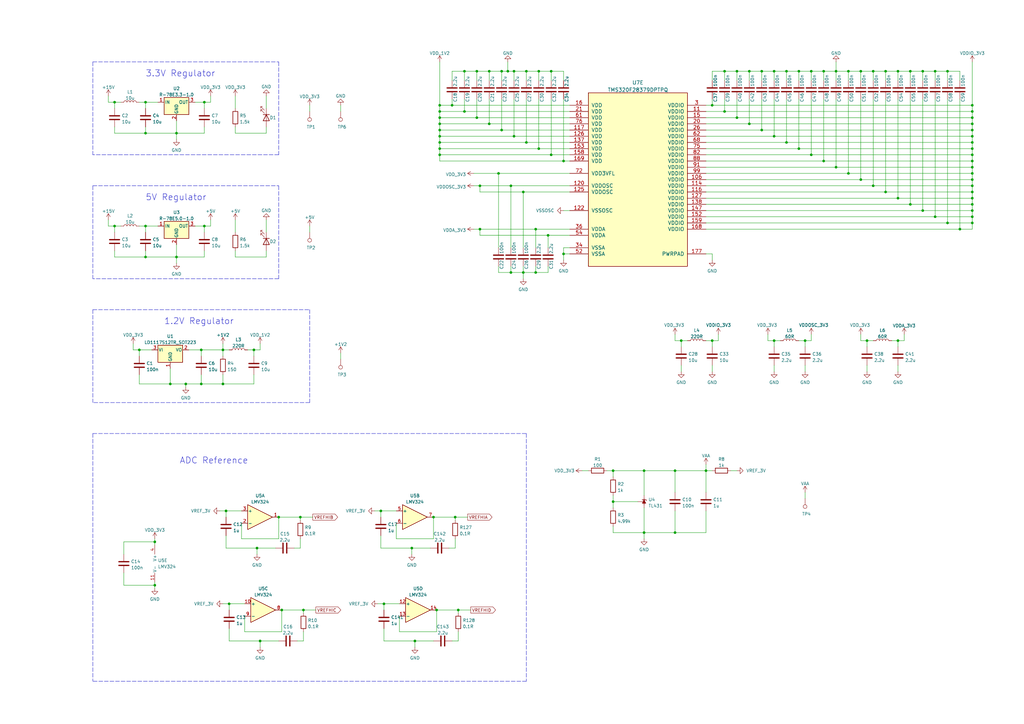
<source format=kicad_sch>
(kicad_sch (version 20231120) (generator "eeschema") (generator_version "8.0")
  (paper "A3")
  (junction (at 368.3 81.28))
  (junction (at 398.78 91.44))
  (junction (at 224.79 96.52))
  (junction (at 398.78 53.34))
  (junction (at 398.78 63.5))
  (junction (at 200.66 29.21))
  (junction (at 59.69 54.61))
  (junction (at 195.58 29.21))
  (junction (at 72.39 54.61))
  (junction (at 297.18 29.21))
  (junction (at 327.66 29.21))
  (junction (at 59.69 41.91))
  (junction (at 72.39 105.41))
  (junction (at 347.98 71.12))
  (junction (at 46.99 92.71))
  (junction (at 59.69 105.41))
  (junction (at 93.98 247.65))
  (junction (at 398.78 58.42))
  (junction (at 398.78 88.9))
  (junction (at 180.34 63.5))
  (junction (at 92.71 209.55))
  (junction (at 180.34 58.42))
  (junction (at 322.58 58.42))
  (junction (at 383.54 29.21))
  (junction (at 220.98 29.21))
  (junction (at 63.5 240.03))
  (junction (at 398.78 50.8))
  (junction (at 59.69 92.71))
  (junction (at 205.74 53.34))
  (junction (at 208.28 29.21))
  (junction (at 177.8 212.09))
  (junction (at 214.63 111.76))
  (junction (at 231.14 66.04))
  (junction (at 363.22 29.21))
  (junction (at 289.56 193.04))
  (junction (at 398.78 55.88))
  (junction (at 186.69 212.09))
  (junction (at 292.1 43.18))
  (junction (at 157.48 247.65))
  (junction (at 179.07 250.19))
  (junction (at 231.14 104.14))
  (junction (at 264.16 218.44))
  (junction (at 251.46 193.04))
  (junction (at 115.57 250.19))
  (junction (at 170.18 262.89))
  (junction (at 226.06 29.21))
  (junction (at 76.2 157.48))
  (junction (at 378.46 29.21))
  (junction (at 63.5 222.25))
  (junction (at 276.86 218.44))
  (junction (at 180.34 55.88))
  (junction (at 82.55 143.51))
  (junction (at 180.34 48.26))
  (junction (at 105.41 224.79))
  (junction (at 378.46 86.36))
  (junction (at 279.4 139.7))
  (junction (at 398.78 83.82))
  (junction (at 210.82 29.21))
  (junction (at 330.2 139.7))
  (junction (at 302.26 29.21))
  (junction (at 264.16 193.04))
  (junction (at 168.91 224.79))
  (junction (at 226.06 63.5))
  (junction (at 337.82 29.21))
  (junction (at 180.34 53.34))
  (junction (at 69.85 157.48))
  (junction (at 46.99 41.91))
  (junction (at 317.5 139.7))
  (junction (at 297.18 45.72))
  (junction (at 215.9 29.21))
  (junction (at 388.62 29.21))
  (junction (at 398.78 71.12))
  (junction (at 220.98 60.96))
  (junction (at 209.55 111.76))
  (junction (at 398.78 43.18))
  (junction (at 398.78 45.72))
  (junction (at 106.68 262.89))
  (junction (at 332.74 63.5))
  (junction (at 358.14 29.21))
  (junction (at 358.14 76.2))
  (junction (at 251.46 205.74))
  (junction (at 398.78 76.2))
  (junction (at 185.42 43.18))
  (junction (at 124.46 250.19))
  (junction (at 307.34 29.21))
  (junction (at 368.3 139.7))
  (junction (at 307.34 50.8))
  (junction (at 373.38 83.82))
  (junction (at 337.82 66.04))
  (junction (at 388.62 91.44))
  (junction (at 200.66 50.8))
  (junction (at 187.96 250.19))
  (junction (at 363.22 78.74))
  (junction (at 398.78 86.36))
  (junction (at 302.26 48.26))
  (junction (at 355.6 139.7))
  (junction (at 190.5 45.72))
  (junction (at 91.44 143.51))
  (junction (at 195.58 48.26))
  (junction (at 373.38 29.21))
  (junction (at 353.06 29.21))
  (junction (at 83.82 92.71))
  (junction (at 398.78 60.96))
  (junction (at 393.7 93.98))
  (junction (at 276.86 193.04))
  (junction (at 209.55 76.2))
  (junction (at 180.34 60.96))
  (junction (at 196.85 93.98))
  (junction (at 317.5 29.21))
  (junction (at 398.78 78.74))
  (junction (at 219.71 111.76))
  (junction (at 312.42 53.34))
  (junction (at 196.85 76.2))
  (junction (at 383.54 88.9))
  (junction (at 342.9 29.21))
  (junction (at 317.5 55.88))
  (junction (at 342.9 68.58))
  (junction (at 219.71 93.98))
  (junction (at 327.66 60.96))
  (junction (at 114.3 212.09))
  (junction (at 398.78 68.58))
  (junction (at 104.14 143.51))
  (junction (at 347.98 29.21))
  (junction (at 398.78 66.04))
  (junction (at 214.63 78.74))
  (junction (at 398.78 73.66))
  (junction (at 353.06 73.66))
  (junction (at 210.82 55.88))
  (junction (at 180.34 43.18))
  (junction (at 180.34 50.8))
  (junction (at 215.9 58.42))
  (junction (at 322.58 29.21))
  (junction (at 156.21 209.55))
  (junction (at 190.5 29.21))
  (junction (at 398.78 48.26))
  (junction (at 180.34 45.72))
  (junction (at 123.19 212.09))
  (junction (at 205.74 29.21))
  (junction (at 83.82 41.91))
  (junction (at 292.1 139.7))
  (junction (at 91.44 157.48))
  (junction (at 332.74 29.21))
  (junction (at 57.15 143.51))
  (junction (at 312.42 29.21))
  (junction (at 398.78 81.28))
  (junction (at 368.3 29.21))
  (junction (at 204.47 71.12))
  (junction (at 82.55 157.48))
  (wire (pts (xy 190.5 29.21) (xy 185.42 29.21)))
  (wire (pts (xy 92.71 209.55) (xy 99.06 209.55)))
  (wire (pts (xy 59.69 52.07) (xy 59.69 54.61)))
  (wire (pts (xy 157.48 257.81) (xy 157.48 262.89)))
  (wire (pts (xy 264.16 218.44) (xy 276.86 218.44)))
  (wire (pts (xy 398.78 68.58) (xy 398.78 71.12)))
  (wire (pts (xy 363.22 78.74) (xy 363.22 40.64)))
  (wire (pts (xy 210.82 29.21) (xy 210.82 33.02)))
  (wire (pts (xy 63.5 222.25) (xy 63.5 223.52)))
  (wire (pts (xy 80.01 41.91) (xy 83.82 41.91)))
  (wire (pts (xy 251.46 205.74) (xy 261.62 205.74)))
  (wire (pts (xy 322.58 40.64) (xy 322.58 58.42)))
  (wire (pts (xy 105.41 224.79) (xy 113.03 224.79)))
  (wire (pts (xy 353.06 29.21) (xy 353.06 33.02)))
  (wire (pts (xy 196.85 96.52) (xy 196.85 93.98)))
  (wire (pts (xy 205.74 29.21) (xy 205.74 33.02)))
  (wire (pts (xy 127 43.18) (xy 127 45.72)))
  (wire (pts (xy 388.62 91.44) (xy 398.78 91.44)))
  (wire (pts (xy 106.68 262.89) (xy 114.3 262.89)))
  (wire (pts (xy 289.56 81.28) (xy 368.3 81.28)))
  (wire (pts (xy 219.71 93.98) (xy 219.71 101.6)))
  (wire (pts (xy 114.3 220.98) (xy 114.3 212.09)))
  (polyline (pts (xy 431.8 0) (xy 762 0)) (stroke (width 0) (type dash)))
  (wire (pts (xy 187.96 251.46) (xy 187.96 250.19)))
  (wire (pts (xy 388.62 91.44) (xy 388.62 40.64)))
  (wire (pts (xy 294.64 137.16) (xy 294.64 139.7)))
  (wire (pts (xy 186.69 213.36) (xy 186.69 212.09)))
  (wire (pts (xy 180.34 43.18) (xy 180.34 45.72)))
  (wire (pts (xy 209.55 111.76) (xy 204.47 111.76)))
  (wire (pts (xy 312.42 53.34) (xy 398.78 53.34)))
  (wire (pts (xy 233.68 76.2) (xy 209.55 76.2)))
  (wire (pts (xy 342.9 29.21) (xy 342.9 33.02)))
  (wire (pts (xy 101.6 143.51) (xy 104.14 143.51)))
  (wire (pts (xy 398.78 73.66) (xy 398.78 76.2)))
  (wire (pts (xy 114.3 212.09) (xy 123.19 212.09)))
  (wire (pts (xy 200.66 40.64) (xy 200.66 50.8)))
  (wire (pts (xy 190.5 29.21) (xy 190.5 33.02)))
  (wire (pts (xy 342.9 40.64) (xy 342.9 68.58)))
  (wire (pts (xy 77.47 143.51) (xy 82.55 143.51)))
  (wire (pts (xy 368.3 139.7) (xy 368.3 142.24)))
  (wire (pts (xy 123.19 212.09) (xy 128.27 212.09)))
  (wire (pts (xy 180.34 58.42) (xy 215.9 58.42)))
  (wire (pts (xy 46.99 102.87) (xy 46.99 105.41)))
  (wire (pts (xy 302.26 29.21) (xy 302.26 33.02)))
  (wire (pts (xy 180.34 50.8) (xy 200.66 50.8)))
  (wire (pts (xy 322.58 58.42) (xy 398.78 58.42)))
  (wire (pts (xy 162.56 220.98) (xy 177.8 220.98)))
  (wire (pts (xy 123.19 220.98) (xy 123.19 224.79)))
  (wire (pts (xy 347.98 71.12) (xy 289.56 71.12)))
  (wire (pts (xy 209.55 109.22) (xy 209.55 111.76)))
  (wire (pts (xy 276.86 139.7) (xy 279.4 139.7)))
  (wire (pts (xy 72.39 105.41) (xy 72.39 107.95)))
  (wire (pts (xy 91.44 157.48) (xy 104.14 157.48)))
  (wire (pts (xy 276.86 218.44) (xy 289.56 218.44)))
  (wire (pts (xy 162.56 214.63) (xy 162.56 220.98)))
  (wire (pts (xy 208.28 29.21) (xy 205.74 29.21)))
  (wire (pts (xy 226.06 63.5) (xy 233.68 63.5)))
  (wire (pts (xy 96.52 54.61) (xy 109.22 54.61)))
  (wire (pts (xy 124.46 250.19) (xy 129.54 250.19)))
  (wire (pts (xy 177.8 220.98) (xy 177.8 212.09)))
  (wire (pts (xy 106.68 140.97) (xy 106.68 143.51)))
  (wire (pts (xy 398.78 81.28) (xy 398.78 83.82)))
  (wire (pts (xy 292.1 29.21) (xy 297.18 29.21)))
  (wire (pts (xy 292.1 40.64) (xy 292.1 43.18)))
  (wire (pts (xy 205.74 29.21) (xy 200.66 29.21)))
  (wire (pts (xy 292.1 139.7) (xy 294.64 139.7)))
  (wire (pts (xy 365.76 139.7) (xy 368.3 139.7)))
  (wire (pts (xy 317.5 149.86) (xy 317.5 152.4)))
  (wire (pts (xy 289.56 83.82) (xy 373.38 83.82)))
  (wire (pts (xy 363.22 29.21) (xy 368.3 29.21)))
  (wire (pts (xy 91.44 140.97) (xy 91.44 143.51)))
  (wire (pts (xy 398.78 50.8) (xy 398.78 53.34)))
  (wire (pts (xy 93.98 247.65) (xy 93.98 250.19)))
  (wire (pts (xy 332.74 29.21) (xy 337.82 29.21)))
  (wire (pts (xy 208.28 25.4) (xy 208.28 29.21)))
  (wire (pts (xy 204.47 71.12) (xy 204.47 101.6)))
  (wire (pts (xy 123.19 213.36) (xy 123.19 212.09)))
  (wire (pts (xy 83.82 105.41) (xy 83.82 102.87)))
  (wire (pts (xy 297.18 45.72) (xy 289.56 45.72)))
  (polyline (pts (xy 38.1 127) (xy 38.1 165.1)) (stroke (width 0) (type dash)))
  (wire (pts (xy 195.58 48.26) (xy 233.68 48.26)))
  (wire (pts (xy 82.55 146.05) (xy 82.55 143.51)))
  (wire (pts (xy 46.99 52.07) (xy 46.99 54.61)))
  (wire (pts (xy 54.61 140.97) (xy 54.61 143.51)))
  (wire (pts (xy 347.98 40.64) (xy 347.98 71.12)))
  (wire (pts (xy 322.58 29.21) (xy 327.66 29.21)))
  (wire (pts (xy 92.71 209.55) (xy 92.71 212.09)))
  (wire (pts (xy 180.34 48.26) (xy 195.58 48.26)))
  (wire (pts (xy 215.9 29.21) (xy 215.9 33.02)))
  (wire (pts (xy 127 92.71) (xy 127 95.25)))
  (wire (pts (xy 342.9 68.58) (xy 289.56 68.58)))
  (wire (pts (xy 398.78 45.72) (xy 398.78 48.26)))
  (wire (pts (xy 215.9 58.42) (xy 233.68 58.42)))
  (polyline (pts (xy 762 297.18) (xy 762 0)) (stroke (width 0) (type dash)))
  (wire (pts (xy 157.48 247.65) (xy 163.83 247.65)))
  (wire (pts (xy 109.22 52.07) (xy 109.22 54.61)))
  (wire (pts (xy 210.82 40.64) (xy 210.82 55.88)))
  (polyline (pts (xy 38.1 25.4) (xy 38.1 63.5)) (stroke (width 0) (type dash)))
  (wire (pts (xy 99.06 220.98) (xy 114.3 220.98)))
  (wire (pts (xy 180.34 48.26) (xy 180.34 50.8)))
  (wire (pts (xy 378.46 29.21) (xy 383.54 29.21)))
  (wire (pts (xy 185.42 43.18) (xy 233.68 43.18)))
  (wire (pts (xy 72.39 49.53) (xy 72.39 54.61)))
  (wire (pts (xy 289.56 190.5) (xy 289.56 193.04)))
  (wire (pts (xy 317.5 29.21) (xy 317.5 33.02)))
  (wire (pts (xy 168.91 224.79) (xy 168.91 227.33)))
  (wire (pts (xy 59.69 41.91) (xy 59.69 44.45)))
  (wire (pts (xy 226.06 40.64) (xy 226.06 63.5)))
  (wire (pts (xy 83.82 92.71) (xy 83.82 95.25)))
  (wire (pts (xy 297.18 45.72) (xy 398.78 45.72)))
  (wire (pts (xy 224.79 111.76) (xy 219.71 111.76)))
  (wire (pts (xy 332.74 63.5) (xy 332.74 40.64)))
  (wire (pts (xy 104.14 153.67) (xy 104.14 157.48)))
  (wire (pts (xy 398.78 86.36) (xy 398.78 88.9)))
  (wire (pts (xy 297.18 40.64) (xy 297.18 45.72)))
  (wire (pts (xy 82.55 143.51) (xy 91.44 143.51)))
  (wire (pts (xy 83.82 92.71) (xy 86.36 92.71)))
  (wire (pts (xy 186.69 212.09) (xy 191.77 212.09)))
  (wire (pts (xy 297.18 29.21) (xy 302.26 29.21)))
  (wire (pts (xy 355.6 149.86) (xy 355.6 152.4)))
  (wire (pts (xy 251.46 215.9) (xy 251.46 218.44)))
  (wire (pts (xy 214.63 78.74) (xy 233.68 78.74)))
  (wire (pts (xy 156.21 224.79) (xy 168.91 224.79)))
  (wire (pts (xy 353.06 73.66) (xy 353.06 40.64)))
  (wire (pts (xy 72.39 100.33) (xy 72.39 105.41)))
  (wire (pts (xy 194.31 93.98) (xy 196.85 93.98)))
  (wire (pts (xy 180.34 25.4) (xy 180.34 43.18)))
  (wire (pts (xy 393.7 93.98) (xy 393.7 40.64)))
  (wire (pts (xy 289.56 91.44) (xy 388.62 91.44)))
  (wire (pts (xy 82.55 157.48) (xy 91.44 157.48)))
  (wire (pts (xy 180.34 53.34) (xy 205.74 53.34)))
  (wire (pts (xy 289.56 193.04) (xy 289.56 201.93)))
  (wire (pts (xy 214.63 111.76) (xy 209.55 111.76)))
  (wire (pts (xy 353.06 29.21) (xy 358.14 29.21)))
  (wire (pts (xy 353.06 139.7) (xy 355.6 139.7)))
  (wire (pts (xy 373.38 29.21) (xy 378.46 29.21)))
  (wire (pts (xy 104.14 143.51) (xy 104.14 146.05)))
  (wire (pts (xy 332.74 63.5) (xy 398.78 63.5)))
  (wire (pts (xy 59.69 92.71) (xy 59.69 95.25)))
  (wire (pts (xy 214.63 109.22) (xy 214.63 111.76)))
  (wire (pts (xy 63.5 238.76) (xy 63.5 240.03)))
  (wire (pts (xy 327.66 60.96) (xy 398.78 60.96)))
  (wire (pts (xy 157.48 247.65) (xy 157.48 250.19)))
  (polyline (pts (xy 431.8 297.18) (xy 762 297.18)) (stroke (width 0) (type dash)))
  (wire (pts (xy 180.34 60.96) (xy 180.34 63.5)))
  (wire (pts (xy 231.14 104.14) (xy 233.68 104.14)))
  (wire (pts (xy 156.21 209.55) (xy 156.21 212.09)))
  (polyline (pts (xy 215.9 279.4) (xy 38.1 279.4)) (stroke (width 0) (type dash)))
  (wire (pts (xy 289.56 76.2) (xy 358.14 76.2)))
  (wire (pts (xy 196.85 76.2) (xy 209.55 76.2)))
  (wire (pts (xy 297.18 29.21) (xy 297.18 33.02)))
  (polyline (pts (xy 127 165.1) (xy 38.1 165.1)) (stroke (width 0) (type dash)))
  (wire (pts (xy 44.45 92.71) (xy 46.99 92.71)))
  (wire (pts (xy 398.78 43.18) (xy 398.78 45.72)))
  (wire (pts (xy 180.34 60.96) (xy 220.98 60.96)))
  (wire (pts (xy 302.26 48.26) (xy 398.78 48.26)))
  (wire (pts (xy 368.3 139.7) (xy 370.84 139.7)))
  (wire (pts (xy 180.34 45.72) (xy 180.34 48.26)))
  (wire (pts (xy 363.22 29.21) (xy 363.22 33.02)))
  (wire (pts (xy 302.26 48.26) (xy 289.56 48.26)))
  (wire (pts (xy 187.96 250.19) (xy 193.04 250.19)))
  (wire (pts (xy 219.71 109.22) (xy 219.71 111.76)))
  (wire (pts (xy 317.5 142.24) (xy 317.5 139.7)))
  (wire (pts (xy 57.15 143.51) (xy 62.23 143.51)))
  (wire (pts (xy 279.4 142.24) (xy 279.4 139.7)))
  (wire (pts (xy 186.69 224.79) (xy 184.15 224.79)))
  (wire (pts (xy 86.36 39.37) (xy 86.36 41.91)))
  (wire (pts (xy 289.56 73.66) (xy 353.06 73.66)))
  (wire (pts (xy 251.46 193.04) (xy 264.16 193.04)))
  (wire (pts (xy 264.16 208.28) (xy 264.16 218.44)))
  (wire (pts (xy 83.82 54.61) (xy 83.82 52.07)))
  (wire (pts (xy 46.99 105.41) (xy 59.69 105.41)))
  (wire (pts (xy 180.34 63.5) (xy 180.34 66.04)))
  (wire (pts (xy 368.3 29.21) (xy 368.3 33.02)))
  (wire (pts (xy 163.83 259.08) (xy 179.07 259.08)))
  (wire (pts (xy 96.52 39.37) (xy 96.52 44.45)))
  (wire (pts (xy 317.5 29.21) (xy 322.58 29.21)))
  (wire (pts (xy 289.56 86.36) (xy 378.46 86.36)))
  (wire (pts (xy 156.21 219.71) (xy 156.21 224.79)))
  (wire (pts (xy 307.34 29.21) (xy 307.34 33.02)))
  (wire (pts (xy 59.69 54.61) (xy 72.39 54.61)))
  (wire (pts (xy 46.99 92.71) (xy 46.99 95.25)))
  (wire (pts (xy 251.46 203.2) (xy 251.46 205.74)))
  (wire (pts (xy 90.17 209.55) (xy 92.71 209.55)))
  (wire (pts (xy 46.99 41.91) (xy 46.99 44.45)))
  (wire (pts (xy 91.44 143.51) (xy 93.98 143.51)))
  (wire (pts (xy 170.18 262.89) (xy 177.8 262.89)))
  (wire (pts (xy 378.46 29.21) (xy 378.46 33.02)))
  (wire (pts (xy 93.98 262.89) (xy 106.68 262.89)))
  (wire (pts (xy 153.67 209.55) (xy 156.21 209.55)))
  (wire (pts (xy 279.4 149.86) (xy 279.4 152.4)))
  (wire (pts (xy 302.26 29.21) (xy 307.34 29.21)))
  (wire (pts (xy 59.69 92.71) (xy 64.77 92.71)))
  (wire (pts (xy 59.69 102.87) (xy 59.69 105.41)))
  (wire (pts (xy 196.85 96.52) (xy 224.79 96.52)))
  (wire (pts (xy 83.82 41.91) (xy 83.82 44.45)))
  (wire (pts (xy 231.14 86.36) (xy 233.68 86.36)))
  (wire (pts (xy 180.34 55.88) (xy 180.34 58.42)))
  (wire (pts (xy 196.85 78.74) (xy 196.85 76.2)))
  (wire (pts (xy 154.94 247.65) (xy 157.48 247.65)))
  (wire (pts (xy 177.8 212.09) (xy 186.69 212.09)))
  (wire (pts (xy 337.82 29.21) (xy 337.82 33.02)))
  (wire (pts (xy 179.07 250.19) (xy 187.96 250.19)))
  (wire (pts (xy 168.91 224.79) (xy 176.53 224.79)))
  (wire (pts (xy 330.2 201.93) (xy 330.2 204.47)))
  (wire (pts (xy 91.44 247.65) (xy 93.98 247.65)))
  (wire (pts (xy 115.57 259.08) (xy 115.57 250.19)))
  (wire (pts (xy 179.07 259.08) (xy 179.07 250.19)))
  (polyline (pts (xy 431.8 0) (xy 431.8 297.18)) (stroke (width 0) (type dash)))
  (wire (pts (xy 209.55 76.2) (xy 209.55 101.6)))
  (wire (pts (xy 220.98 29.21) (xy 215.9 29.21)))
  (wire (pts (xy 312.42 29.21) (xy 312.42 33.02)))
  (wire (pts (xy 238.76 193.04) (xy 241.3 193.04)))
  (polyline (pts (xy 38.1 177.8) (xy 38.1 279.4)) (stroke (width 0) (type dash)))
  (wire (pts (xy 307.34 50.8) (xy 398.78 50.8)))
  (wire (pts (xy 57.15 153.67) (xy 57.15 157.48)))
  (polyline (pts (xy 38.1 25.4) (xy 114.3 25.4)) (stroke (width 0) (type dash)))
  (wire (pts (xy 226.06 29.21) (xy 220.98 29.21)))
  (wire (pts (xy 214.63 78.74) (xy 196.85 78.74)))
  (polyline (pts (xy 127 127) (xy 127 165.1)) (stroke (width 0) (type dash)))
  (wire (pts (xy 327.66 60.96) (xy 289.56 60.96)))
  (wire (pts (xy 46.99 41.91) (xy 49.53 41.91)))
  (wire (pts (xy 337.82 29.21) (xy 342.9 29.21)))
  (wire (pts (xy 91.44 153.67) (xy 91.44 157.48)))
  (wire (pts (xy 398.78 83.82) (xy 398.78 86.36)))
  (wire (pts (xy 299.72 193.04) (xy 302.26 193.04)))
  (wire (pts (xy 398.78 71.12) (xy 398.78 73.66)))
  (wire (pts (xy 69.85 157.48) (xy 76.2 157.48)))
  (wire (pts (xy 276.86 137.16) (xy 276.86 139.7)))
  (wire (pts (xy 398.78 60.96) (xy 398.78 63.5)))
  (wire (pts (xy 312.42 40.64) (xy 312.42 53.34)))
  (wire (pts (xy 194.31 71.12) (xy 204.47 71.12)))
  (wire (pts (xy 264.16 218.44) (xy 264.16 220.98)))
  (wire (pts (xy 91.44 143.51) (xy 91.44 146.05)))
  (wire (pts (xy 196.85 93.98) (xy 219.71 93.98)))
  (wire (pts (xy 83.82 41.91) (xy 86.36 41.91)))
  (wire (pts (xy 327.66 40.64) (xy 327.66 60.96)))
  (wire (pts (xy 226.06 29.21) (xy 226.06 33.02)))
  (wire (pts (xy 373.38 29.21) (xy 373.38 33.02)))
  (wire (pts (xy 264.16 193.04) (xy 264.16 203.2)))
  (wire (pts (xy 231.14 101.6) (xy 233.68 101.6)))
  (wire (pts (xy 200.66 29.21) (xy 195.58 29.21)))
  (wire (pts (xy 264.16 193.04) (xy 276.86 193.04)))
  (wire (pts (xy 76.2 157.48) (xy 82.55 157.48)))
  (wire (pts (xy 342.9 29.21) (xy 347.98 29.21)))
  (wire (pts (xy 50.8 240.03) (xy 50.8 234.95)))
  (wire (pts (xy 96.52 90.17) (xy 96.52 95.25)))
  (wire (pts (xy 398.78 66.04) (xy 398.78 68.58)))
  (wire (pts (xy 72.39 54.61) (xy 72.39 57.15)))
  (wire (pts (xy 292.1 139.7) (xy 292.1 142.24)))
  (wire (pts (xy 302.26 40.64) (xy 302.26 48.26)))
  (wire (pts (xy 330.2 149.86) (xy 330.2 152.4)))
  (polyline (pts (xy 114.3 63.5) (xy 38.1 63.5)) (stroke (width 0) (type dash)))
  (wire (pts (xy 353.06 137.16) (xy 353.06 139.7)))
  (wire (pts (xy 373.38 83.82) (xy 398.78 83.82)))
  (wire (pts (xy 378.46 86.36) (xy 378.46 40.64)))
  (wire (pts (xy 398.78 53.34) (xy 398.78 55.88)))
  (wire (pts (xy 46.99 54.61) (xy 59.69 54.61)))
  (wire (pts (xy 109.22 44.45) (xy 109.22 39.37)))
  (wire (pts (xy 195.58 40.64) (xy 195.58 48.26)))
  (wire (pts (xy 292.1 29.21) (xy 292.1 33.02)))
  (wire (pts (xy 355.6 142.24) (xy 355.6 139.7)))
  (wire (pts (xy 180.34 66.04) (xy 231.14 66.04)))
  (wire (pts (xy 224.79 101.6) (xy 224.79 96.52)))
  (wire (pts (xy 93.98 247.65) (xy 100.33 247.65)))
  (wire (pts (xy 195.58 29.21) (xy 195.58 33.02)))
  (wire (pts (xy 139.7 43.18) (xy 139.7 45.72)))
  (wire (pts (xy 337.82 40.64) (xy 337.82 66.04)))
  (wire (pts (xy 327.66 29.21) (xy 332.74 29.21)))
  (wire (pts (xy 124.46 262.89) (xy 121.92 262.89)))
  (wire (pts (xy 57.15 41.91) (xy 59.69 41.91)))
  (polyline (pts (xy 114.3 76.2) (xy 114.3 114.3)) (stroke (width 0) (type dash)))
  (wire (pts (xy 180.34 63.5) (xy 226.06 63.5)))
  (wire (pts (xy 363.22 78.74) (xy 398.78 78.74)))
  (wire (pts (xy 289.56 78.74) (xy 363.22 78.74)))
  (wire (pts (xy 72.39 105.41) (xy 83.82 105.41)))
  (wire (pts (xy 44.45 90.17) (xy 44.45 92.71)))
  (wire (pts (xy 289.56 93.98) (xy 393.7 93.98)))
  (wire (pts (xy 63.5 240.03) (xy 63.5 241.3)))
  (wire (pts (xy 317.5 40.64) (xy 317.5 55.88)))
  (wire (pts (xy 368.3 81.28) (xy 368.3 40.64)))
  (wire (pts (xy 398.78 93.98) (xy 393.7 93.98)))
  (polyline (pts (xy 38.1 177.8) (xy 215.9 177.8)) (stroke (width 0) (type dash)))
  (wire (pts (xy 388.62 29.21) (xy 393.7 29.21)))
  (polyline (pts (xy 215.9 177.8) (xy 215.9 279.4)) (stroke (width 0) (type dash)))
  (wire (pts (xy 59.69 105.41) (xy 72.39 105.41)))
  (wire (pts (xy 187.96 259.08) (xy 187.96 262.89)))
  (wire (pts (xy 205.74 40.64) (xy 205.74 53.34)))
  (wire (pts (xy 383.54 88.9) (xy 383.54 40.64)))
  (wire (pts (xy 312.42 53.34) (xy 289.56 53.34)))
  (wire (pts (xy 190.5 45.72) (xy 233.68 45.72)))
  (wire (pts (xy 292.1 43.18) (xy 289.56 43.18)))
  (wire (pts (xy 276.86 193.04) (xy 276.86 201.93)))
  (wire (pts (xy 317.5 55.88) (xy 398.78 55.88)))
  (wire (pts (xy 368.3 81.28) (xy 398.78 81.28)))
  (wire (pts (xy 279.4 139.7) (xy 281.94 139.7)))
  (wire (pts (xy 190.5 40.64) (xy 190.5 45.72)))
  (wire (pts (xy 57.15 92.71) (xy 59.69 92.71)))
  (wire (pts (xy 96.52 102.87) (xy 96.52 105.41)))
  (wire (pts (xy 370.84 137.16) (xy 370.84 139.7)))
  (wire (pts (xy 214.63 111.76) (xy 214.63 114.3)))
  (wire (pts (xy 96.52 52.07) (xy 96.52 54.61)))
  (wire (pts (xy 215.9 40.64) (xy 215.9 58.42)))
  (wire (pts (xy 92.71 224.79) (xy 105.41 224.79)))
  (wire (pts (xy 398.78 76.2) (xy 398.78 78.74)))
  (wire (pts (xy 170.18 262.89) (xy 170.18 265.43)))
  (polyline (pts (xy 38.1 76.2) (xy 114.3 76.2)) (stroke (width 0) (type dash)))
  (wire (pts (xy 204.47 71.12) (xy 233.68 71.12)))
  (wire (pts (xy 231.14 33.02) (xy 231.14 29.21)))
  (wire (pts (xy 157.48 262.89) (xy 170.18 262.89)))
  (wire (pts (xy 276.86 209.55) (xy 276.86 218.44)))
  (polyline (pts (xy 114.3 25.4) (xy 114.3 63.5)) (stroke (width 0) (type dash)))
  (wire (pts (xy 353.06 73.66) (xy 398.78 73.66)))
  (wire (pts (xy 378.46 86.36) (xy 398.78 86.36)))
  (wire (pts (xy 180.34 58.42) (xy 180.34 60.96)))
  (wire (pts (xy 332.74 29.21) (xy 332.74 33.02)))
  (wire (pts (xy 358.14 29.21) (xy 358.14 33.02)))
  (wire (pts (xy 342.9 25.4) (xy 342.9 29.21)))
  (wire (pts (xy 100.33 259.08) (xy 115.57 259.08)))
  (wire (pts (xy 82.55 153.67) (xy 82.55 157.48)))
  (wire (pts (xy 388.62 29.21) (xy 388.62 33.02)))
  (wire (pts (xy 248.92 193.04) (xy 251.46 193.04)))
  (wire (pts (xy 44.45 39.37) (xy 44.45 41.91)))
  (wire (pts (xy 373.38 83.82) (xy 373.38 40.64)))
  (wire (pts (xy 200.66 50.8) (xy 233.68 50.8)))
  (wire (pts (xy 231.14 29.21) (xy 226.06 29.21)))
  (wire (pts (xy 163.83 252.73) (xy 163.83 259.08)))
  (wire (pts (xy 57.15 157.48) (xy 69.85 157.48)))
  (wire (pts (xy 59.69 41.91) (xy 64.77 41.91)))
  (wire (pts (xy 393.7 29.21) (xy 393.7 33.02)))
  (wire (pts (xy 317.5 55.88) (xy 289.56 55.88)))
  (wire (pts (xy 337.82 66.04) (xy 398.78 66.04)))
  (wire (pts (xy 231.14 104.14) (xy 231.14 101.6)))
  (wire (pts (xy 105.41 224.79) (xy 105.41 227.33)))
  (wire (pts (xy 322.58 58.42) (xy 289.56 58.42)))
  (wire (pts (xy 76.2 157.48) (xy 76.2 158.75)))
  (polyline (pts (xy 38.1 76.2) (xy 38.1 114.3)) (stroke (width 0) (type dash)))
  (wire (pts (xy 327.66 139.7) (xy 330.2 139.7)))
  (wire (pts (xy 215.9 29.21) (xy 210.82 29.21)))
  (wire (pts (xy 220.98 29.21) (xy 220.98 33.02)))
  (wire (pts (xy 109.22 95.25) (xy 109.22 90.17)))
  (wire (pts (xy 398.78 63.5) (xy 398.78 66.04)))
  (wire (pts (xy 337.82 66.04) (xy 289.56 66.04)))
  (wire (pts (xy 214.63 101.6) (xy 214.63 78.74)))
  (wire (pts (xy 368.3 149.86) (xy 368.3 152.4)))
  (wire (pts (xy 180.34 55.88) (xy 210.82 55.88)))
  (wire (pts (xy 398.78 91.44) (xy 398.78 93.98)))
  (wire (pts (xy 69.85 151.13) (xy 69.85 157.48)))
  (wire (pts (xy 383.54 29.21) (xy 383.54 33.02)))
  (wire (pts (xy 383.54 88.9) (xy 398.78 88.9)))
  (wire (pts (xy 219.71 111.76) (xy 214.63 111.76)))
  (wire (pts (xy 289.56 139.7) (xy 292.1 139.7)))
  (wire (pts (xy 289.56 63.5) (xy 332.74 63.5)))
  (wire (pts (xy 347.98 29.21) (xy 353.06 29.21)))
  (wire (pts (xy 358.14 76.2) (xy 398.78 76.2)))
  (wire (pts (xy 347.98 29.21) (xy 347.98 33.02)))
  (wire (pts (xy 322.58 29.21) (xy 322.58 33.02)))
  (wire (pts (xy 92.71 219.71) (xy 92.71 224.79)))
  (wire (pts (xy 292.1 43.18) (xy 398.78 43.18)))
  (wire (pts (xy 251.46 218.44) (xy 264.16 218.44)))
  (wire (pts (xy 96.52 105.41) (xy 109.22 105.41)))
  (wire (pts (xy 312.42 29.21) (xy 317.5 29.21)))
  (wire (pts (xy 54.61 143.51) (xy 57.15 143.51)))
  (wire (pts (xy 109.22 102.87) (xy 109.22 105.41)))
  (wire (pts (xy 210.82 29.21) (xy 208.28 29.21)))
  (wire (pts (xy 156.21 209.55) (xy 162.56 209.55)))
  (wire (pts (xy 314.96 139.7) (xy 317.5 139.7)))
  (wire (pts (xy 104.14 143.51) (xy 106.68 143.51)))
  (wire (pts (xy 99.06 214.63) (xy 99.06 220.98)))
  (wire (pts (xy 358.14 76.2) (xy 358.14 40.64)))
  (wire (pts (xy 383.54 29.21) (xy 388.62 29.21)))
  (wire (pts (xy 292.1 149.86) (xy 292.1 152.4)))
  (polyline (pts (xy 38.1 127) (xy 127 127)) (stroke (width 0) (type dash)))
  (wire (pts (xy 63.5 220.98) (xy 63.5 222.25)))
  (wire (pts (xy 398.78 58.42) (xy 398.78 60.96)))
  (wire (pts (xy 124.46 251.46) (xy 124.46 250.19)))
  (wire (pts (xy 194.31 76.2) (xy 196.85 76.2)))
  (wire (pts (xy 289.56 218.44) (xy 289.56 209.55)))
  (wire (pts (xy 210.82 55.88) (xy 233.68 55.88)))
  (wire (pts (xy 80.01 92.71) (xy 83.82 92.71)))
  (wire (pts (xy 342.9 68.58) (xy 398.78 68.58)))
  (wire (pts (xy 205.74 53.34) (xy 233.68 53.34)))
  (wire (pts (xy 292.1 104.14) (xy 289.56 104.14)))
  (wire (pts (xy 63.5 222.25) (xy 50.8 222.25)))
  (wire (pts (xy 398.78 78.74) (xy 398.78 81.28)))
  (wire (pts (xy 100.33 252.73) (xy 100.33 259.08)))
  (wire (pts (xy 220.98 60.96) (xy 233.68 60.96)))
  (wire (pts (xy 186.69 220.98) (xy 186.69 224.79)))
  (wire (pts (xy 330.2 139.7) (xy 330.2 142.24)))
  (wire (pts (xy 368.3 29.21) (xy 373.38 29.21)))
  (wire (pts (xy 224.79 109.22) (xy 224.79 111.76)))
  (wire (pts (xy 180.34 53.34) (xy 180.34 55.88)))
  (wire (pts (xy 398.78 55.88) (xy 398.78 58.42)))
  (wire (pts (xy 180.34 45.72) (xy 190.5 45.72)))
  (wire (pts (xy 50.8 222.25) (xy 50.8 227.33)))
  (wire (pts (xy 63.5 240.03) (xy 50.8 240.03)))
  (wire (pts (xy 44.45 41.91) (xy 46.99 41.91)))
  (wire (pts (xy 307.34 50.8) (xy 289.56 50.8)))
  (wire (pts (xy 231.14 106.68) (xy 231.14 104.14)))
  (wire (pts (xy 57.15 143.51) (xy 57.15 146.05)))
  (wire (pts (xy 233.68 93.98) (xy 219.71 93.98)))
  (wire (pts (xy 123.19 224.79) (xy 120.65 224.79)))
  (wire (pts (xy 200.66 29.21) (xy 200.66 33.02)))
  (wire (pts (xy 231.14 40.64) (xy 231.14 66.04)))
  (wire (pts (xy 327.66 33.02) (xy 327.66 29.21)))
  (wire (pts (xy 398.78 88.9) (xy 398.78 91.44)))
  (wire (pts (xy 231.14 66.04) (xy 233.68 66.04)))
  (wire (pts (xy 347.98 71.12) (xy 398.78 71.12)))
  (wire (pts (xy 307.34 40.64) (xy 307.34 50.8)))
  (wire (pts (xy 355.6 139.7) (xy 358.14 139.7)))
  (wire (pts (xy 292.1 193.04) (xy 289.56 193.04)))
  (wire (pts (xy 224.79 96.52) (xy 233.68 96.52)))
  (wire (pts (xy 307.34 29.21) (xy 312.42 29.21)))
  (wire (pts (xy 220.98 40.64) (xy 220.98 60.96)))
  (wire (pts (xy 292.1 106.68) (xy 292.1 104.14)))
  (wire (pts (xy 398.78 48.26) (xy 398.78 50.8)))
  (wire (pts (xy 72.39 54.61) (xy 83.82 54.61)))
  (wire (pts (xy 115.57 250.19) (xy 124.46 250.19)))
  (wire (pts (xy 124.46 259.08) (xy 124.46 262.89)))
  (wire (pts (xy 314.96 137.16) (xy 314.96 139.7)))
  (wire (pts (xy 139.7 144.78) (xy 139.7 147.32)))
  (wire (pts (xy 180.34 43.18) (xy 185.42 43.18)))
  (wire (pts (xy 317.5 139.7) (xy 320.04 139.7)))
  (wire (pts (xy 46.99 92.71) (xy 49.53 92.71)))
  (wire (pts (xy 332.74 137.16) (xy 332.74 139.7)))
  (wire (pts (xy 185.42 29.21) (xy 185.42 33.02)))
  (wire (pts (xy 330.2 139.7) (xy 332.74 139.7)))
  (wire (pts (xy 106.68 262.89) (xy 106.68 265.43)))
  (wire (pts (xy 93.98 257.81) (xy 93.98 262.89)))
  (wire (pts (xy 187.96 262.89) (xy 185.42 262.89)))
  (wire (pts (xy 358.14 29.21) (xy 363.22 29.21)))
  (wire (pts (xy 86.36 90.17) (xy 86.36 92.71)))
  (wire (pts (xy 195.58 29.21) (xy 190.5 29.21)))
  (polyline (pts (xy 114.3 114.3) (xy 38.1 114.3)) (stroke (width 0) (type dash)))
  (wire (pts (xy 289.56 88.9) (xy 383.54 88.9)))
  (wire (pts (xy 398.78 25.4) (xy 398.78 43.18)))
  (wire (pts (xy 251.46 205.74) (xy 251.46 208.28)))
  (wire (pts (xy 251.46 193.04) (xy 251.46 195.58)))
  (wire (pts (xy 185.42 40.64) (xy 185.42 43.18)))
  (wire (pts (xy 204.47 109.22) (xy 204.47 111.76)))
  (wire (pts (xy 180.34 50.8) (xy 180.34 53.34)))
  (wire (pts (xy 289.56 193.04) (xy 276.86 193.04)))
  (text "1.2V Regulator" (at 67.31 133.35 0) (effects (font (size 2.543 2.543)) (justify left bottom)))
  (text "3.3V Regulator" (at 59.69 31.75 0) (effects (font (size 2.543 2.543)) (justify left bottom)))
  (text "5V Regulator" (at 59.69 82.55 0) (effects (font (size 2.543 2.543)) (justify left bottom)))
  (text "ADC Reference" (at 73.66 190.5 0) (effects (font (size 2.543 2.543)) (justify left bottom)))
  (text "Hierarchical Sheets" (at 490.22 15.24 0) (effects (font (size 5.08 5.08)) (justify left bottom)))
  (global_label "VREFHIC" (shape output) (at 129.54 250.19 0) (property "Intersheetrefs" "${INTERSHEET_REFS}" (effects (hide yes))))
  (global_label "VREFHID" (shape output) (at 193.04 250.19 0) (property "Intersheetrefs" "${INTERSHEET_REFS}" (effects (hide yes))))
  (global_label "VREFHIA" (shape output) (at 191.77 212.09 0) (property "Intersheetrefs" "${INTERSHEET_REFS}" (effects (hide yes))))
  (global_label "VREFHIB" (shape output) (at 128.27 212.09 0) (property "Intersheetrefs" "${INTERSHEET_REFS}" (effects (hide yes))))
  (symbol (lib_id "Device:C") (at 373.38 36.83 0) (unit 1)
    (property "Reference" "C55" (at 374.65 41.91 90) (effects (justify left)))
    (property "Value" "100n" (at 374.65 35.56 90) (effects (justify left)))
    (property "Footprint" "Capacitor_SMD:C_0603_1608Metric" (effects (hide yes)))
  )
  (symbol (lib_id "Device:C") (at 332.74 36.83 0) (unit 1)
    (property "Reference" "C47" (at 334.01 41.91 90) (effects (justify left)))
    (property "Value" "100n" (at 334.01 35.56 90) (effects (justify left)))
    (property "Footprint" "Capacitor_SMD:C_0603_1608Metric" (effects (hide yes)))
  )
  (symbol (lib_id "Project_Library:VREF_3V") (at 154.94 247.65 270) (unit 1)
    (property "Reference" "#PWR0211" (effects (hide yes)))
    (property "Value" "VREF_3V" (at 151.13 247.65 90) (effects (justify right)))
  )
  (symbol (lib_id "power:+1V2") (at 91.44 140.97 0) (unit 1)
    (property "Reference" "#PWR0468" (effects (hide yes)))
    (property "Value" "+1V2" (at 91.44 137.3942 0))
  )
  (symbol (lib_id "Project_Library:VDD_3V3") (at 96.52 39.37 0) (unit 1)
    (property "Reference" "#PWR012" (effects (hide yes)))
    (property "Value" "VDD_3V3" (at 96.52 35.7942 0))
  )
  (symbol (lib_id "Device:C") (at 297.18 36.83 0) (unit 1)
    (property "Reference" "C39" (at 298.45 41.91 90) (effects (justify left)))
    (property "Value" "100n" (at 298.45 35.56 90) (effects (justify left)))
    (property "Footprint" "Capacitor_SMD:C_0603_1608Metric" (effects (hide yes)))
  )
  (symbol (lib_id "power:GND") (at 168.91 227.33 0) (unit 1)
    (property "Reference" "#PWR0212" (effects (hide yes)))
    (property "Value" "GND" (at 168.91 231.7734 0))
  )
  (symbol (lib_id "Project_Library:VDDA_3V3") (at 370.84 137.16 0) (unit 1)
    (property "Reference" "#PWR047" (effects (hide yes)))
    (property "Value" "VDDA_3V3" (at 370.84 133.5842 0))
  )
  (symbol (lib_id "Device:C") (at 156.21 215.9 0) (unit 1)
    (property "Reference" "C17" (at 159.131 215.0653 0) (effects (justify left)))
    (property "Value" "1u" (at 159.131 217.6022 0) (effects (justify left)))
    (property "Footprint" "Capacitor_SMD:C_0603_1608Metric" (effects (hide yes)))
  )
  (symbol (lib_id "Amplifier_Operational:LMV324") (at 171.45 250.19 0) (unit 4)
    (property "Reference" "U5" (at 171.45 241.4102 0))
    (property "Value" "LMV324" (at 171.45 243.9471 0))
    (property "Datasheet" "http://www.ti.com/lit/ds/symlink/lmv324.pdf" (effects (hide yes)))
  )
  (symbol (lib_id "Project_Library:VDD_3V3") (at 276.86 137.16 0) (unit 1)
    (property "Reference" "#PWR032" (effects (hide yes)))
    (property "Value" "VDD_3V3" (at 280.67 133.35 0) (effects (justify right)))
  )
  (symbol (lib_id "Device:R") (at 186.69 217.17 180) (unit 1)
    (property "Reference" "R127" (at 188.468 216.3353 0) (effects (justify right)))
    (property "Value" "0.1R" (at 188.468 218.8722 0) (effects (justify right)))
    (property "Footprint" "Resistor_SMD:R_0603_1608Metric" (effects (hide yes)))
  )
  (symbol (lib_id "Amplifier_Operational:LMV324") (at 66.04 231.14 0) (unit 5)
    (property "Reference" "U5" (at 64.77 229.87 0) (effects (justify left)))
    (property "Value" "LMV324" (at 64.77 232.41 0) (effects (justify left)))
    (property "Datasheet" "http://www.ti.com/lit/ds/symlink/lmv324.pdf" (effects (hide yes)))
  )
  (symbol (lib_id "Device:C") (at 185.42 36.83 0) (unit 1)
    (property "Reference" "C18" (at 186.69 41.91 90) (effects (justify left)))
    (property "Value" "2.2u" (at 186.69 35.56 90) (effects (justify left)))
    (property "Footprint" "Capacitor_SMD:C_0603_1608Metric" (effects (hide yes)))
  )
  (symbol (lib_id "Connector:TestPoint") (at 127 45.72 180) (unit 1)
    (property "Reference" "TP1" (at 125.73 52.07 0) (effects (justify right)))
    (property "Value" "TestPoint" (effects (hide yes)))
    (property "Footprint" "TestPoint:TestPoint_Plated_Hole_D2.0mm" (effects (hide yes)))
  )
  (symbol (lib_id "Device:L") (at 323.85 139.7 90) (unit 1)
    (property "Reference" "L5" (at 323.85 135.4922 90))
    (property "Value" "60R" (at 323.85 138.0291 90))
    (property "Footprint" "Inductor_SMD:L_0603_1608Metric" (effects (hide yes)))
  )
  (symbol (lib_id "Device:C") (at 363.22 36.83 0) (unit 1)
    (property "Reference" "C53" (at 364.49 41.91 90) (effects (justify left)))
    (property "Value" "100n" (at 364.49 35.56 90) (effects (justify left)))
    (property "Footprint" "Capacitor_SMD:C_0603_1608Metric" (effects (hide yes)))
  )
  (symbol (lib_id "Device:C") (at 289.56 205.74 0) (unit 1)
    (property "Reference" "C11" (at 292.481 204.9053 0) (effects (justify left)))
    (property "Value" "1u" (at 292.481 207.4422 0) (effects (justify left)))
    (property "Footprint" "Capacitor_SMD:C_0603_1608Metric" (effects (hide yes)))
  )
  (symbol (lib_id "Device:C") (at 46.99 48.26 0) (unit 1)
    (property "Reference" "C2" (at 49.911 47.4253 0) (effects (justify left)))
    (property "Value" "10u" (at 49.911 49.9622 0) (effects (justify left)))
    (property "Footprint" "Capacitor_SMD:C_0805_2012Metric" (effects (hide yes)))
  )
  (symbol (lib_id "Amplifier_Operational:LMV324") (at 106.68 212.09 0) (unit 1)
    (property "Reference" "U5" (at 106.68 203.3102 0))
    (property "Value" "LMV324" (at 106.68 205.8471 0))
    (property "Footprint" "Package_SO:SO-14_3.9x8.65mm_P1.27mm" (effects (hide yes)))
    (property "Datasheet" "http://www.ti.com/lit/ds/symlink/lmv324.pdf" (effects (hide yes)))
  )
  (symbol (lib_id "Connector:TestPoint") (at 139.7 147.32 180) (unit 1)
    (property "Reference" "TP3" (at 138.43 153.67 0) (effects (justify right)))
    (property "Value" "TestPoint" (effects (hide yes)))
    (property "Footprint" "TestPoint:TestPoint_Plated_Hole_D2.0mm" (effects (hide yes)))
  )
  (symbol (lib_id "power:GND") (at 72.39 107.95 0) (unit 1)
    (property "Reference" "#PWR07" (effects (hide yes)))
    (property "Value" "GND" (at 72.39 112.3934 0))
  )
  (symbol (lib_id "Project_Library:VDDA_3V3") (at 194.31 93.98 90) (unit 1)
    (property "Reference" "#PWR030" (effects (hide yes)))
    (property "Value" "VDDA_3V3" (at 191.135 94.4138 90) (effects (justify left)))
  )
  (symbol (lib_id "power:GND") (at 105.41 227.33 0) (unit 1)
    (property "Reference" "#PWR0207" (effects (hide yes)))
    (property "Value" "GND" (at 105.41 231.7734 0))
  )
  (symbol (lib_id "Device:C") (at 312.42 36.83 0) (unit 1)
    (property "Reference" "C43" (at 313.69 41.91 90) (effects (justify left)))
    (property "Value" "100n" (at 313.69 35.56 90) (effects (justify left)))
    (property "Footprint" "Capacitor_SMD:C_0603_1608Metric" (effects (hide yes)))
  )
  (symbol (lib_id "Device:C") (at 322.58 36.83 0) (unit 1)
    (property "Reference" "C45" (at 323.85 41.91 90) (effects (justify left)))
    (property "Value" "100n" (at 323.85 35.56 90) (effects (justify left)))
    (property "Footprint" "Capacitor_SMD:C_0603_1608Metric" (effects (hide yes)))
  )
  (symbol (lib_id "Device:C") (at 200.66 36.83 0) (unit 1)
    (property "Reference" "C21" (at 201.93 41.91 90) (effects (justify left)))
    (property "Value" "2.2u" (at 201.93 35.56 90) (effects (justify left)))
    (property "Footprint" "Capacitor_SMD:C_0603_1608Metric" (effects (hide yes)))
  )
  (symbol (lib_id "Device:C") (at 231.14 36.83 0) (unit 1)
    (property "Reference" "C34" (at 232.41 41.91 90) (effects (justify left)))
    (property "Value" "2.2u" (at 232.41 35.56 90) (effects (justify left)))
    (property "Footprint" "Capacitor_SMD:C_0603_1608Metric" (effects (hide yes)))
  )
  (symbol (lib_id "Device:C") (at 118.11 262.89 90) (unit 1)
    (property "Reference" "C16" (at 118.11 257.0312 90))
    (property "Value" "2.2u" (at 118.11 259.5681 90))
    (property "Footprint" "Capacitor_SMD:C_0603_1608Metric" (effects (hide yes)))
  )
  (symbol (lib_id "Device:C") (at 355.6 146.05 0) (unit 1)
    (property "Reference" "C38" (at 358.521 145.2153 0) (effects (justify left)))
    (property "Value" "2.2u" (at 358.521 147.7522 0) (effects (justify left)))
    (property "Footprint" "Capacitor_SMD:C_0603_1608Metric" (effects (hide yes)))
  )
  (symbol (lib_id "Device:C") (at 347.98 36.83 0) (unit 1)
    (property "Reference" "C50" (at 349.25 41.91 90) (effects (justify left)))
    (property "Value" "100n" (at 349.25 35.56 90) (effects (justify left)))
    (property "Footprint" "Capacitor_SMD:C_0603_1608Metric" (effects (hide yes)))
  )
  (symbol (lib_id "power:VAA") (at 330.2 201.93 0) (unit 1)
    (property "Reference" "#PWR0464" (effects (hide yes)))
    (property "Value" "VAA" (at 330.2 198.3542 0))
  )
  (symbol (lib_id "Device:C") (at 116.84 224.79 90) (unit 1)
    (property "Reference" "C15" (at 116.84 218.9312 90))
    (property "Value" "2.2u" (at 116.84 221.4681 90))
    (property "Footprint" "Capacitor_SMD:C_0603_1608Metric" (effects (hide yes)))
  )
  (symbol (lib_id "Device:C") (at 292.1 36.83 0) (unit 1)
    (property "Reference" "C37" (at 293.37 41.91 90) (effects (justify left)))
    (property "Value" "100n" (at 293.37 35.56 90) (effects (justify left)))
    (property "Footprint" "Capacitor_SMD:C_0603_1608Metric" (effects (hide yes)))
  )
  (symbol (lib_id "Device:C") (at 50.8 231.14 180) (unit 1)
    (property "Reference" "C14" (at 53.721 230.3053 0) (effects (justify right)))
    (property "Value" "100n" (at 53.721 232.8422 0) (effects (justify right)))
    (property "Footprint" "Capacitor_SMD:C_0603_1608Metric" (effects (hide yes)))
  )
  (symbol (lib_id "Project_Library:VREF_3V") (at 153.67 209.55 270) (unit 1)
    (property "Reference" "#PWR0210" (effects (hide yes)))
    (property "Value" "VREF_3V" (at 149.86 209.55 90) (effects (justify right)))
  )
  (symbol (lib_id "Device:C") (at 353.06 36.83 0) (unit 1)
    (property "Reference" "C51" (at 354.33 41.91 90) (effects (justify left)))
    (property "Value" "100n" (at 354.33 35.56 90) (effects (justify left)))
    (property "Footprint" "Capacitor_SMD:C_0603_1608Metric" (effects (hide yes)))
  )
  (symbol (lib_id "Device:C") (at 210.82 36.83 0) (unit 1)
    (property "Reference" "C25" (at 212.09 41.91 90) (effects (justify left)))
    (property "Value" "2.2u" (at 212.09 35.56 90) (effects (justify left)))
    (property "Footprint" "Capacitor_SMD:C_0603_1608Metric" (effects (hide yes)))
  )
  (symbol (lib_id "Device:L") (at 361.95 139.7 90) (unit 1)
    (property "Reference" "L6" (at 361.95 135.4922 90))
    (property "Value" "60R" (at 361.95 138.0291 90))
    (property "Footprint" "Inductor_SMD:L_0603_1608Metric" (effects (hide yes)))
  )
  (symbol (lib_id "Project_Library:VSSOSC") (at 231.14 86.36 270) (unit 1)
    (property "Reference" "#PWR036" (effects (hide yes)))
    (property "Value" "VSSOSC" (at 227.33 86.36 90) (effects (justify right)))
  )
  (symbol (lib_id "Device:L") (at 53.34 92.71 90) (unit 1)
    (property "Reference" "L2" (at 53.34 88.5022 90))
    (property "Value" "10u" (at 53.34 91.0391 90))
    (property "Footprint" "Inductor_SMD:L_1008_2520Metric" (effects (hide yes)))
  )
  (symbol (lib_id "power:GND") (at 170.18 265.43 0) (unit 1)
    (property "Reference" "#PWR0213" (effects (hide yes)))
    (property "Value" "GND" (at 170.18 269.8734 0))
  )
  (symbol (lib_id "Regulator_Switching:R-78E5.0-1.0") (at 72.39 92.71 0) (unit 1)
    (property "Reference" "U3" (at 72.39 87.1052 0))
    (property "Value" "R-78E5.0-1.0" (at 72.39 89.6421 0))
    (property "Footprint" "Converter_DCDC:Converter_DCDC_RECOM_R-78E-0.5_THT" (effects (hide yes)))
    (property "Datasheet" "https://www.recom-power.com/pdf/Innoline/R-78Exx-1.0.pdf" (effects (hide yes)))
  )
  (symbol (lib_id "power:GND") (at 292.1 152.4 0) (unit 1)
    (property "Reference" "#PWR035" (effects (hide yes)))
    (property "Value" "GND" (at 292.1 156.8434 0))
  )
  (symbol (lib_id "Device:C") (at 215.9 36.83 0) (unit 1)
    (property "Reference" "C27" (at 217.17 41.91 90) (effects (justify left)))
    (property "Value" "2.2u" (at 217.17 35.56 90) (effects (justify left)))
    (property "Footprint" "Capacitor_SMD:C_0603_1608Metric" (effects (hide yes)))
  )
  (symbol (lib_id "power:GND") (at 76.2 158.75 0) (unit 1)
    (property "Reference" "#PWR05" (effects (hide yes)))
    (property "Value" "GND" (at 76.2 163.1934 0))
  )
  (symbol (lib_id "Device:C") (at 59.69 48.26 0) (unit 1)
    (property "Reference" "C4" (at 62.611 47.4253 0) (effects (justify left)))
    (property "Value" "10u" (at 62.611 49.9622 0) (effects (justify left)))
    (property "Footprint" "Capacitor_SMD:C_0805_2012Metric" (effects (hide yes)))
  )
  (symbol (lib_id "Amplifier_Operational:LMV324") (at 107.95 250.19 0) (unit 3)
    (property "Reference" "U5" (at 107.95 241.4102 0))
    (property "Value" "LMV324" (at 107.95 243.9471 0))
    (property "Datasheet" "http://www.ti.com/lit/ds/symlink/lmv324.pdf" (effects (hide yes)))
  )
  (symbol (lib_id "Device:R") (at 96.52 99.06 0) (unit 1)
    (property "Reference" "R6" (at 98.298 98.2253 0) (effects (justify left)))
    (property "Value" "1.5k" (at 98.298 100.7622 0) (effects (justify left)))
    (property "Footprint" "Resistor_SMD:R_0805_2012Metric" (effects (hide yes)))
  )
  (symbol (lib_id "Device:C") (at 46.99 99.06 0) (unit 1)
    (property "Reference" "C3" (at 49.911 98.2253 0) (effects (justify left)))
    (property "Value" "10u" (at 49.911 100.7622 0) (effects (justify left)))
    (property "Footprint" "Capacitor_SMD:C_0805_2012Metric" (effects (hide yes)))
  )
  (symbol (lib_id "Device:C") (at 226.06 36.83 0) (unit 1)
    (property "Reference" "C32" (at 227.33 41.91 90) (effects (justify left)))
    (property "Value" "2.2u" (at 227.33 35.56 90) (effects (justify left)))
    (property "Footprint" "Capacitor_SMD:C_0603_1608Metric" (effects (hide yes)))
  )
  (symbol (lib_id "Device:LED") (at 109.22 48.26 270) (unit 1)
    (property "Reference" "D1" (at 113.284 48.26 90) (effects (justify right)))
    (property "Value" "LED" (effects (hide yes)))
    (property "Footprint" "LED_SMD:LED_0805_2012Metric" (effects (hide yes)))
  )
  (symbol (lib_id "Device:C") (at 317.5 146.05 0) (unit 1)
    (property "Reference" "C35" (at 320.421 145.2153 0) (effects (justify left)))
    (property "Value" "2.2u" (at 320.421 147.7522 0) (effects (justify left)))
    (property "Footprint" "Capacitor_SMD:C_0603_1608Metric" (effects (hide yes)))
  )
  (symbol (lib_id "Device:C") (at 393.7 36.83 0) (unit 1)
    (property "Reference" "C59" (at 394.97 41.91 90) (effects (justify left)))
    (property "Value" "100n" (at 394.97 35.56 90) (effects (justify left)))
    (property "Footprint" "Capacitor_SMD:C_0603_1608Metric" (effects (hide yes)))
  )
  (symbol (lib_id "Reference_Voltage:TL431DBZ") (at 264.16 205.74 90) (unit 1)
    (property "Reference" "U4" (at 265.938 204.9053 90) (effects (justify right)))
    (property "Value" "TL431" (at 265.938 207.4422 90) (effects (justify right)))
    (property "Footprint" "Package_TO_SOT_SMD:SOT-23" (effects (hide yes)))
    (property "Datasheet" "http://www.ti.com/lit/ds/symlink/tl431.pdf" (effects (hide yes)))
  )
  (symbol (lib_id "Device:R") (at 123.19 217.17 180) (unit 1)
    (property "Reference" "R9" (at 124.968 216.3353 0) (effects (justify right)))
    (property "Value" "0.1R" (at 124.968 218.8722 0) (effects (justify right)))
    (property "Footprint" "Resistor_SMD:R_0603_1608Metric" (effects (hide yes)))
  )
  (symbol (lib_id "Device:C") (at 368.3 36.83 0) (unit 1)
    (property "Reference" "C54" (at 369.57 41.91 90) (effects (justify left)))
    (property "Value" "100n" (at 369.57 35.56 90) (effects (justify left)))
    (property "Footprint" "Capacitor_SMD:C_0603_1608Metric" (effects (hide yes)))
  )
  (symbol (lib_id "Device:C") (at 307.34 36.83 0) (unit 1)
    (property "Reference" "C42" (at 308.61 41.91 90) (effects (justify left)))
    (property "Value" "100n" (at 308.61 35.56 90) (effects (justify left)))
    (property "Footprint" "Capacitor_SMD:C_0603_1608Metric" (effects (hide yes)))
  )
  (symbol (lib_id "power:GND") (at 106.68 265.43 0) (unit 1)
    (property "Reference" "#PWR0209" (effects (hide yes)))
    (property "Value" "GND" (at 106.68 269.8734 0))
  )
  (symbol (lib_id "power:GND") (at 214.63 114.3 0) (unit 1)
    (property "Reference" "#PWR033" (effects (hide yes)))
    (property "Value" "GND" (at 214.63 118.7434 0))
  )
  (symbol (lib_id "Project_Library:VDD_3V3") (at 314.96 137.16 0) (unit 1)
    (property "Reference" "#PWR039" (effects (hide yes)))
    (property "Value" "VDD_3V3" (at 318.77 133.35 0) (effects (justify right)))
  )
  (symbol (lib_id "Project_Library:VDDIO_3V3") (at 398.78 25.4 0) (unit 1)
    (property "Reference" "#PWR049" (effects (hide yes)))
    (property "Value" "VDDIO_3V3" (at 398.78 21.8242 0))
  )
  (symbol (lib_id "Device:R") (at 96.52 48.26 0) (unit 1)
    (property "Reference" "R5" (at 98.298 47.4253 0) (effects (justify left)))
    (property "Value" "1.5k" (at 98.298 49.9622 0) (effects (justify left)))
    (property "Footprint" "Resistor_SMD:R_0805_2012Metric" (effects (hide yes)))
  )
  (symbol (lib_id "Device:LED") (at 109.22 99.06 270) (unit 1)
    (property "Reference" "D2" (at 113.284 99.06 90) (effects (justify right)))
    (property "Value" "LED" (effects (hide yes)))
    (property "Footprint" "LED_SMD:LED_0805_2012Metric" (effects (hide yes)))
  )
  (symbol (lib_id "Project_Library:TMS320F28379DPTPQ") (at 261.62 73.66 0) (unit 5)
    (property "Reference" "U7" (at 261.62 33.8889 0) (effects (font (size 1.524 1.524))))
    (property "Value" "TMS320F28379DPTPQ" (at 261.62 36.8823 0) (effects (font (size 1.524 1.524))))
    (property "Footprint" "Project_Library:TMS320F28377DPTPQ" (effects (hide yes)))
    (property "Datasheet" "https://www.ti.com/lit/ds/sprs880o/sprs880o.pdf?ts=1667222962903&ref_url=https%253A%252F%252Fwww.ti.com%252Ftool%252FLAUNCHXL-F28379D" (effects (hide yes)))
  )
  (symbol (lib_id "Device:C") (at 292.1 146.05 0) (unit 1)
    (property "Reference" "C33" (at 295.021 145.2153 0) (effects (justify left)))
    (property "Value" "10u" (at 295.021 147.7522 0) (effects (justify left)))
    (property "Footprint" "Capacitor_SMD:C_0603_1608Metric" (effects (hide yes)))
  )
  (symbol (lib_id "Device:R") (at 245.11 193.04 90) (unit 1)
    (property "Reference" "R1" (at 245.11 188.3242 90))
    (property "Value" "100" (at 245.11 190.8611 90))
    (property "Footprint" "Resistor_SMD:R_0603_1608Metric" (effects (hide yes)))
  )
  (symbol (lib_id "power:GND") (at 355.6 152.4 0) (unit 1)
    (property "Reference" "#PWR045" (effects (hide yes)))
    (property "Value" "GND" (at 355.6 156.8434 0))
  )
  (symbol (lib_id "power:+5V") (at 96.52 90.17 0) (unit 1)
    (property "Reference" "#PWR013" (effects (hide yes)))
    (property "Value" "+5V" (at 96.52 86.5942 0))
  )
  (symbol (lib_id "Device:C") (at 83.82 99.06 0) (unit 1)
    (property "Reference" "C8" (at 86.741 98.2253 0) (effects (justify left)))
    (property "Value" "10u" (at 86.741 100.7622 0) (effects (justify left)))
    (property "Footprint" "Capacitor_SMD:C_0805_2012Metric" (effects (hide yes)))
  )
  (symbol (lib_id "Regulator_Linear:LD1117S12TR_SOT223") (at 69.85 143.51 0) (unit 1)
    (property "Reference" "U1" (at 69.85 137.9052 0))
    (property "Value" "LD1117S12TR_SOT223" (at 69.85 140.4421 0))
    (property "Footprint" "Package_TO_SOT_SMD:SOT-223-3_TabPin2" (effects (hide yes)))
    (property "Datasheet" "http://www.st.com/st-web-ui/static/active/en/resource/technical/document/datasheet/CD00000544.pdf" (effects (hide yes)))
  )
  (symbol (lib_id "Connector:TestPoint") (at 127 95.25 180) (unit 1)
    (property "Reference" "TP2" (at 125.73 101.6 0) (effects (justify right)))
    (property "Value" "TestPoint" (effects (hide yes)))
    (property "Footprint" "TestPoint:TestPoint_Plated_Hole_D2.0mm" (effects (hide yes)))
  )
  (symbol (lib_id "Device:R") (at 251.46 212.09 0) (unit 1)
    (property "Reference" "R3" (at 253.238 211.2553 0) (effects (justify left)))
    (property "Value" "4.99k" (at 253.238 213.7922 0) (effects (justify left)))
    (property "Footprint" "Resistor_SMD:R_0603_1608Metric" (effects (hide yes)))
  )
  (symbol (lib_id "Device:C") (at 59.69 99.06 0) (unit 1)
    (property "Reference" "C5" (at 62.611 98.2253 0) (effects (justify left)))
    (property "Value" "10u" (at 62.611 100.7622 0) (effects (justify left)))
    (property "Footprint" "Capacitor_SMD:C_0805_2012Metric" (effects (hide yes)))
  )
  (symbol (lib_id "Device:C") (at 276.86 205.74 0) (unit 1)
    (property "Reference" "C10" (at 279.781 204.9053 0) (effects (justify left)))
    (property "Value" "100n" (at 279.781 207.4422 0) (effects (justify left)))
    (property "Footprint" "Capacitor_SMD:C_0603_1608Metric" (effects (hide yes)))
  )
  (symbol (lib_id "Project_Library:VDDOSC_3V3") (at 332.74 137.16 0) (unit 1)
    (property "Reference" "#PWR0205" (effects (hide yes)))
    (property "Value" "VDDOSC_3V3" (at 327.66 133.35 0) (effects (justify left)))
  )
  (symbol (lib_id "Project_Library:VDDIO_3V3") (at 294.64 137.16 0) (unit 1)
    (property "Reference" "#PWR038" (effects (hide yes)))
    (property "Value" "VDDIO_3V3" (at 289.56 133.35 0) (effects (justify left)))
  )
  (symbol (lib_id "power:+15V") (at 44.45 90.17 0) (unit 1)
    (property "Reference" "#PWR03" (effects (hide yes)))
    (property "Value" "+15V" (at 44.45 86.5942 0))
  )
  (symbol (lib_id "Device:C") (at 378.46 36.83 0) (unit 1)
    (property "Reference" "C56" (at 379.73 41.91 90) (effects (justify left)))
    (property "Value" "100n" (at 379.73 35.56 90) (effects (justify left)))
    (property "Footprint" "Capacitor_SMD:C_0603_1608Metric" (effects (hide yes)))
  )
  (symbol (lib_id "Device:C") (at 205.74 36.83 0) (unit 1)
    (property "Reference" "C23" (at 207.01 41.91 90) (effects (justify left)))
    (property "Value" "2.2u" (at 207.01 35.56 90) (effects (justify left)))
    (property "Footprint" "Capacitor_SMD:C_0603_1608Metric" (effects (hide yes)))
  )
  (symbol (lib_id "Project_Library:VREF_3V") (at 302.26 193.04 90) (unit 1)
    (property "Reference" "#PWR017" (effects (hide yes)))
    (property "Value" "VREF_3V" (at 306.07 193.04 90) (effects (justify right)))
  )
  (symbol (lib_id "power:+5V") (at 86.36 90.17 0) (unit 1)
    (property "Reference" "#PWR010" (effects (hide yes)))
    (property "Value" "+5V" (at 86.36 86.5942 0))
  )
  (symbol (lib_id "Device:C") (at 219.71 105.41 0) (unit 1)
    (property "Reference" "C29" (at 220.98 110.49 90) (effects (justify left)))
    (property "Value" "2.2u" (at 220.98 104.14 90) (effects (justify left)))
    (property "Footprint" "Capacitor_SMD:C_0603_1608Metric" (effects (hide yes)))
  )
  (symbol (lib_id "Device:C") (at 214.63 105.41 0) (unit 1)
    (property "Reference" "C26" (at 215.9 110.49 90) (effects (justify left)))
    (property "Value" "100n" (at 215.9 104.14 90) (effects (justify left)))
    (property "Footprint" "Capacitor_SMD:C_0603_1608Metric" (effects (hide yes)))
  )
  (symbol (lib_id "Project_Library:VDD_3V3") (at 86.36 39.37 0) (unit 1)
    (property "Reference" "#PWR09" (effects (hide yes)))
    (property "Value" "VDD_3V3" (at 86.36 35.7942 0))
  )
  (symbol (lib_id "Project_Library:VDD_3V3") (at 194.31 71.12 90) (unit 1)
    (property "Reference" "#PWR028" (effects (hide yes)))
    (property "Value" "VDD_3V3" (at 191.135 71.5538 90) (effects (justify left)))
  )
  (symbol (lib_id "Connector:TestPoint") (at 330.2 204.47 180) (unit 1)
    (property "Reference" "TP4" (at 328.93 210.82 0) (effects (justify right)))
    (property "Value" "TestPoint" (effects (hide yes)))
    (property "Footprint" "TestPoint:TestPoint_Plated_Hole_D2.0mm" (effects (hide yes)))
  )
  (symbol (lib_id "Device:C") (at 204.47 105.41 0) (unit 1)
    (property "Reference" "C22" (at 205.74 110.49 90) (effects (justify left)))
    (property "Value" "100n" (at 205.74 104.14 90) (effects (justify left)))
    (property "Footprint" "Capacitor_SMD:C_0603_1608Metric" (effects (hide yes)))
  )
  (symbol (lib_id "Connector:TestPoint") (at 139.7 45.72 180) (unit 1)
    (property "Reference" "TP6" (at 138.43 52.07 0) (effects (justify right)))
    (property "Value" "TestPoint" (effects (hide yes)))
    (property "Footprint" "TestPoint:TestPoint_Plated_Hole_D2.0mm" (effects (hide yes)))
  )
  (symbol (lib_id "Device:R") (at 124.46 255.27 180) (unit 1)
    (property "Reference" "R10" (at 126.238 254.4353 0) (effects (justify right)))
    (property "Value" "0.1R" (at 126.238 256.9722 0) (effects (justify right)))
    (property "Footprint" "Resistor_SMD:R_0603_1608Metric" (effects (hide yes)))
  )
  (symbol (lib_id "power:GND") (at 72.39 57.15 0) (unit 1)
    (property "Reference" "#PWR06" (effects (hide yes)))
    (property "Value" "GND" (at 72.39 61.5934 0))
  )
  (symbol (lib_id "Project_Library:VREF_3V") (at 90.17 209.55 270) (unit 1)
    (property "Reference" "#PWR0206" (effects (hide yes)))
    (property "Value" "VREF_3V" (at 86.36 209.55 90) (effects (justify right)))
  )
  (symbol (lib_id "Device:C") (at 82.55 149.86 0) (unit 1)
    (property "Reference" "C6" (at 85.471 149.0253 0) (effects (justify left)))
    (property "Value" "10u" (at 85.471 151.5622 0) (effects (justify left)))
    (property "Footprint" "Capacitor_SMD:C_0805_2012Metric" (effects (hide yes)))
  )
  (symbol (lib_id "Device:C") (at 330.2 146.05 0) (unit 1)
    (property "Reference" "C36" (at 333.121 145.2153 0) (effects (justify left)))
    (property "Value" "2.2u" (at 333.121 147.7522 0) (effects (justify left)))
    (property "Footprint" "Capacitor_SMD:C_0603_1608Metric" (effects (hide yes)))
  )
  (symbol (lib_id "Project_Library:VDD_3V3") (at 353.06 137.16 0) (unit 1)
    (property "Reference" "#PWR043" (effects (hide yes)))
    (property "Value" "VDD_3V3" (at 356.87 133.35 0) (effects (justify right)))
  )
  (symbol (lib_id "Device:C") (at 181.61 262.89 90) (unit 1)
    (property "Reference" "C143" (at 181.61 257.0312 90))
    (property "Value" "2.2u" (at 181.61 259.5681 90))
    (property "Footprint" "Capacitor_SMD:C_0603_1608Metric" (effects (hide yes)))
  )
  (symbol (lib_id "Device:C") (at 83.82 48.26 0) (unit 1)
    (property "Reference" "C7" (at 86.741 47.4253 0) (effects (justify left)))
    (property "Value" "10u" (at 86.741 49.9622 0) (effects (justify left)))
    (property "Footprint" "Capacitor_SMD:C_0805_2012Metric" (effects (hide yes)))
  )
  (symbol (lib_id "Project_Library:VDD_3V3") (at 238.76 193.04 90) (unit 1)
    (property "Reference" "#PWR04" (effects (hide yes)))
    (property "Value" "VDD_3V3" (at 227.33 193.04 90) (effects (justify right)))
  )
  (symbol (lib_id "power:GND") (at 63.5 241.3 0) (unit 1)
    (property "Reference" "#PWR025" (effects (hide yes)))
    (property "Value" "GND" (at 63.5 245.7434 0))
  )
  (symbol (lib_id "Device:C") (at 157.48 254 0) (unit 1)
    (property "Reference" "C141" (at 160.401 253.1653 0) (effects (justify left)))
    (property "Value" "1u" (at 160.401 255.7022 0) (effects (justify left)))
    (property "Footprint" "Capacitor_SMD:C_0603_1608Metric" (effects (hide yes)))
  )
  (symbol (lib_id "Device:C") (at 383.54 36.83 0) (unit 1)
    (property "Reference" "C57" (at 384.81 41.91 90) (effects (justify left)))
    (property "Value" "100n" (at 384.81 35.56 90) (effects (justify left)))
    (property "Footprint" "Capacitor_SMD:C_0603_1608Metric" (effects (hide yes)))
  )
  (symbol (lib_id "Regulator_Switching:R-78E3.3-1.0") (at 72.39 41.91 0) (unit 1)
    (property "Reference" "U2" (at 72.39 36.3052 0))
    (property "Value" "R-78E3.3-1.0" (at 72.39 38.8421 0))
    (property "Footprint" "Converter_DCDC:Converter_DCDC_RECOM_R-78E-0.5_THT" (effects (hide yes)))
    (property "Datasheet" "https://www.recom-power.com/pdf/Innoline/R-78Exx-1.0.pdf" (effects (hide yes)))
  )
  (symbol (lib_id "Project_Library:VDD_3V3") (at 127 43.18 0) (unit 1)
    (property "Reference" "#PWR0465" (effects (hide yes)))
    (property "Value" "VDD_3V3" (at 127 39.6042 0))
  )
  (symbol (lib_id "Device:C") (at 337.82 36.83 0) (unit 1)
    (property "Reference" "C48" (at 339.09 41.91 90) (effects (justify left)))
    (property "Value" "100n" (at 339.09 35.56 90) (effects (justify left)))
    (property "Footprint" "Capacitor_SMD:C_0603_1608Metric" (effects (hide yes)))
  )
  (symbol (lib_id "Device:L") (at 97.79 143.51 90) (unit 1)
    (property "Reference" "L3" (at 97.79 139.3022 90))
    (property "Value" "220R" (at 97.79 141.8391 90))
    (property "Footprint" "Inductor_SMD:L_0603_1608Metric" (effects (hide yes)))
  )
  (symbol (lib_id "Device:C") (at 368.3 146.05 0) (unit 1)
    (property "Reference" "C41" (at 371.221 145.2153 0) (effects (justify left)))
    (property "Value" "2.2u" (at 371.221 147.7522 0) (effects (justify left)))
    (property "Footprint" "Capacitor_SMD:C_0603_1608Metric" (effects (hide yes)))
  )
  (symbol (lib_id "power:+5V") (at 127 92.71 0) (unit 1)
    (property "Reference" "#PWR0466" (effects (hide yes)))
    (property "Value" "+5V" (at 127 89.1342 0))
  )
  (symbol (lib_id "power:GND") (at 279.4 152.4 0) (unit 1)
    (property "Reference" "#PWR034" (effects (hide yes)))
    (property "Value" "GND" (at 279.4 156.8434 0))
  )
  (symbol (lib_id "Device:C") (at 92.71 215.9 0) (unit 1)
    (property "Reference" "C12" (at 95.631 215.0653 0) (effects (justify left)))
    (property "Value" "1u" (at 95.631 217.6022 0) (effects (justify left)))
    (property "Footprint" "Capacitor_SMD:C_0603_1608Metric" (effects (hide yes)))
  )
  (symbol (lib_id "Device:C") (at 190.5 36.83 0) (unit 1)
    (property "Reference" "C19" (at 191.77 41.91 90) (effects (justify left)))
    (property "Value" "2.2u" (at 191.77 35.56 90) (effects (justify left)))
    (property "Footprint" "Capacitor_SMD:C_0603_1608Metric" (effects (hide yes)))
  )
  (symbol (lib_id "power:+1V2") (at 139.7 144.78 0) (unit 1)
    (property "Reference" "#PWR0467" (effects (hide yes)))
    (property "Value" "+1V2" (at 139.7 141.2042 0))
  )
  (symbol (lib_id "power:GND") (at 317.5 152.4 0) (unit 1)
    (property "Reference" "#PWR040" (effects (hide yes)))
    (property "Value" "GND" (at 317.5 156.8434 0))
  )
  (symbol (lib_id "power:VAA") (at 289.56 190.5 0) (unit 1)
    (property "Reference" "#PWR0463" (effects (hide yes)))
    (property "Value" "VAA" (at 289.56 186.9242 0))
  )
  (symbol (lib_id "Project_Library:VDD_1V2") (at 180.34 25.4 0) (unit 1)
    (property "Reference" "#PWR027" (effects (hide yes)))
    (property "Value" "VDD_1V2" (at 180.34 21.8242 0))
  )
  (symbol (lib_id "Device:C") (at 220.98 36.83 0) (unit 1)
    (property "Reference" "C30" (at 222.25 41.91 90) (effects (justify left)))
    (property "Value" "2.2u" (at 222.25 35.56 90) (effects (justify left)))
    (property "Footprint" "Capacitor_SMD:C_0603_1608Metric" (effects (hide yes)))
  )
  (symbol (lib_id "Device:C") (at 104.14 149.86 0) (unit 1)
    (property "Reference" "C9" (at 107.061 149.0253 0) (effects (justify left)))
    (property "Value" "10u" (at 107.061 151.5622 0) (effects (justify left)))
    (property "Footprint" "Capacitor_SMD:C_0805_2012Metric" (effects (hide yes)))
  )
  (symbol (lib_id "Device:C") (at 388.62 36.83 0) (unit 1)
    (property "Reference" "C58" (at 389.89 41.91 90) (effects (justify left)))
    (property "Value" "100n" (at 389.89 35.56 90) (effects (justify left)))
    (property "Footprint" "Capacitor_SMD:C_0603_1608Metric" (effects (hide yes)))
  )
  (symbol (lib_id "Device:R") (at 91.44 149.86 0) (unit 1)
    (property "Reference" "R4" (at 93.218 149.0253 0) (effects (justify left)))
    (property "Value" "150" (at 93.218 151.5622 0) (effects (justify left)))
    (property "Footprint" "Resistor_SMD:R_0805_2012Metric" (effects (hide yes)))
  )
  (symbol (lib_id "power:GND") (at 264.16 220.98 0) (unit 1)
    (property "Reference" "#PWR08" (effects (hide yes)))
    (property "Value" "GND" (at 264.16 225.4234 0))
  )
  (symbol (lib_id "power:GND") (at 292.1 106.68 0) (unit 1)
    (property "Reference" "#PWR044" (effects (hide yes)))
    (property "Value" "GND" (at 292.1 111.1234 0))
  )
  (symbol (lib_id "Device:C") (at 327.66 36.83 0) (unit 1)
    (property "Reference" "C46" (at 328.93 41.91 90) (effects (justify left)))
    (property "Value" "100n" (at 328.93 35.56 90) (effects (justify left)))
    (property "Footprint" "Capacitor_SMD:C_0603_1608Metric" (effects (hide yes)))
  )
  (symbol (lib_id "Device:C") (at 342.9 36.83 0) (unit 1)
    (property "Reference" "C49" (at 344.17 41.91 90) (effects (justify left)))
    (property "Value" "100n" (at 344.17 35.56 90) (effects (justify left)))
    (property "Footprint" "Capacitor_SMD:C_0603_1608Metric" (effects (hide yes)))
  )
  (symbol (lib_id "Device:C") (at 195.58 36.83 0) (unit 1)
    (property "Reference" "C20" (at 196.85 41.91 90) (effects (justify left)))
    (property "Value" "2.2u" (at 196.85 35.56 90) (effects (justify left)))
    (property "Footprint" "Capacitor_SMD:C_0603_1608Metric" (effects (hide yes)))
  )
  (symbol (lib_id "Device:C") (at 302.26 36.83 0) (unit 1)
    (property "Reference" "C40" (at 303.53 41.91 90) (effects (justify left)))
    (property "Value" "100n" (at 303.53 35.56 90) (effects (justify left)))
    (property "Footprint" "Capacitor_SMD:C_0603_1608Metric" (effects (hide yes)))
  )
  (symbol (lib_id "power:GND") (at 109.22 90.17 180) (unit 1)
    (property "Reference" "#PWR016" (effects (hide yes)))
    (property "Value" "GND" (at 109.22 86.36 0))
  )
  (symbol (lib_id "Device:R") (at 295.91 193.04 90) (unit 1)
    (property "Reference" "R8" (at 295.91 188.3242 90))
    (property "Value" "1k" (at 295.91 190.8611 90))
    (property "Footprint" "Resistor_SMD:R_0603_1608Metric" (effects (hide yes)))
  )
  (symbol (lib_id "Project_Library:VDD_3V3") (at 63.5 220.98 0) (unit 1)
    (property "Reference" "#PWR021" (effects (hide yes)))
    (property "Value" "VDD_3V3" (at 63.5 217.4042 0))
  )
  (symbol (lib_id "Device:C") (at 180.34 224.79 90) (unit 1)
    (property "Reference" "C142" (at 180.34 218.9312 90))
    (property "Value" "2.2u" (at 180.34 221.4681 90))
    (property "Footprint" "Capacitor_SMD:C_0603_1608Metric" (effects (hide yes)))
  )
  (symbol (lib_id "power:+15V") (at 44.45 39.37 0) (unit 1)
    (property "Reference" "#PWR02" (effects (hide yes)))
    (property "Value" "+15V" (at 44.45 35.7942 0))
  )
  (symbol (lib_id "Project_Library:VDDOSC_3V3") (at 194.31 76.2 90) (unit 1)
    (property "Reference" "#PWR029" (effects (hide yes)))
    (property "Value" "VDDOSC_3V3" (at 191.135 76.6338 90) (effects (justify left)))
  )
  (symbol (lib_id "Device:C") (at 93.98 254 0) (unit 1)
    (property "Reference" "C13" (at 96.901 253.1653 0) (effects (justify left)))
    (property "Value" "1u" (at 96.901 255.7022 0) (effects (justify left)))
    (property "Footprint" "Capacitor_SMD:C_0603_1608Metric" (effects (hide yes)))
  )
  (symbol (lib_id "Amplifier_Operational:LMV324") (at 170.18 212.09 0) (unit 2)
    (property "Reference" "U5" (at 170.18 203.3102 0))
    (property "Value" "LMV324" (at 170.18 205.8471 0))
    (property "Datasheet" "http://www.ti.com/lit/ds/symlink/lmv324.pdf" (effects (hide yes)))
  )
  (symbol (lib_id "power:GND") (at 330.2 152.4 0) (unit 1)
    (property "Reference" "#PWR041" (effects (hide yes)))
    (property "Value" "GND" (at 330.2 156.8434 0))
  )
  (symbol (lib_id "Device:L") (at 53.34 41.91 90) (unit 1)
    (property "Reference" "L1" (at 53.34 37.7022 90))
    (property "Value" "10u" (at 53.34 40.2391 90))
    (property "Footprint" "Inductor_SMD:L_1008_2520Metric" (effects (hide yes)))
  )
  (symbol (lib_id "Device:C") (at 57.15 149.86 0) (unit 1)
    (property "Reference" "C1" (at 60.071 149.0253 0) (effects (justify left)))
    (property "Value" "100n" (at 60.071 151.5622 0) (effects (justify left)))
    (property "Footprint" "Capacitor_SMD:C_0805_2012Metric" (effects (hide yes)))
  )
  (symbol (lib_id "power:GND") (at 139.7 43.18 180) (unit 1)
    (property "Reference" "#PWR0470" (effects (hide yes)))
    (property "Value" "GND" (at 139.7 39.37 0))
  )
  (symbol (lib_id "Project_Library:VREF_3V") (at 91.44 247.65 270) (unit 1)
    (property "Reference" "#PWR0208" (effects (hide yes)))
    (property "Value" "VREF_3V" (at 87.63 247.65 90) (effects (justify right)))
  )
  (symbol (lib_id "Device:L") (at 285.75 139.7 90) (unit 1)
    (property "Reference" "L4" (at 285.75 135.4922 90))
    (property "Value" "220R" (at 285.75 138.0291 90))
    (property "Footprint" "Inductor_SMD:L_0603_1608Metric" (effects (hide yes)))
  )
  (symbol (lib_id "power:GND") (at 109.22 39.37 180) (unit 1)
    (property "Reference" "#PWR015" (effects (hide yes)))
    (property "Value" "GND" (at 109.22 35.56 0))
  )
  (symbol (lib_id "power:GND") (at 342.9 25.4 180) (unit 1)
    (property "Reference" "#PWR048" (effects (hide yes)))
    (property "Value" "GND" (at 342.9 21.8242 0))
  )
  (symbol (lib_id "Device:C") (at 224.79 105.41 0) (unit 1)
    (property "Reference" "C31" (at 226.06 110.49 90) (effects (justify left)))
    (property "Value" "2.2u" (at 226.06 104.14 90) (effects (justify left)))
    (property "Footprint" "Capacitor_SMD:C_0603_1608Metric" (effects (hide yes)))
  )
  (symbol (lib_id "Device:C") (at 279.4 146.05 0) (unit 1)
    (property "Reference" "C28" (at 282.321 145.2153 0) (effects (justify left)))
    (property "Value" "10u" (at 282.321 147.7522 0) (effects (justify left)))
    (property "Footprint" "Capacitor_SMD:C_0603_1608Metric" (effects (hide yes)))
  )
  (symbol (lib_id "power:GND") (at 208.28 25.4 180) (unit 1)
    (property "Reference" "#PWR031" (effects (hide yes)))
    (property "Value" "GND" (at 208.28 21.8242 0))
  )
  (symbol (lib_id "Device:C") (at 209.55 105.41 0) (unit 1)
    (property "Reference" "C24" (at 210.82 110.49 90) (effects (justify left)))
    (property "Value" "100n" (at 210.82 104.14 90) (effects (justify left)))
    (property "Footprint" "Capacitor_SMD:C_0603_1608Metric" (effects (hide yes)))
  )
  (symbol (lib_id "power:GND") (at 231.14 106.68 0) (unit 1)
    (property "Reference" "#PWR037" (effects (hide yes)))
    (property "Value" "GND" (at 231.14 111.1234 0))
  )
  (symbol (lib_id "Project_Library:VDD_3V3") (at 54.61 140.97 0) (unit 1)
    (property "Reference" "#PWR01" (effects (hide yes)))
    (property "Value" "VDD_3V3" (at 54.61 137.3942 0))
  )
  (symbol (lib_id "Project_Library:VDD_1V2") (at 106.68 140.97 0) (unit 1)
    (property "Reference" "#PWR011" (effects (hide yes)))
    (property "Value" "VDD_1V2" (at 106.68 137.3942 0))
  )
  (symbol (lib_id "Device:R") (at 251.46 199.39 0) (unit 1)
    (property "Reference" "R2" (at 253.238 198.5553 0) (effects (justify left)))
    (property "Value" "1k" (at 253.238 201.0922 0) (effects (justify left)))
    (property "Footprint" "Resistor_SMD:R_0603_1608Metric" (effects (hide yes)))
  )
  (symbol (lib_id "Device:R") (at 187.96 255.27 180) (unit 1)
    (property "Reference" "R128" (at 189.738 254.4353 0) (effects (justify right)))
    (property "Value" "0.1R" (at 189.738 256.9722 0) (effects (justify right)))
    (property "Footprint" "Resistor_SMD:R_0603_1608Metric" (effects (hide yes)))
  )
  (symbol (lib_id "Device:C") (at 358.14 36.83 0) (unit 1)
    (property "Reference" "C52" (at 359.41 41.91 90) (effects (justify left)))
    (property "Value" "100n" (at 359.41 35.56 90) (effects (justify left)))
    (property "Footprint" "Capacitor_SMD:C_0603_1608Metric" (effects (hide yes)))
  )
  (symbol (lib_id "power:GND") (at 368.3 152.4 0) (unit 1)
    (property "Reference" "#PWR046" (effects (hide yes)))
    (property "Value" "GND" (at 368.3 156.8434 0))
  )
  (symbol (lib_id "Device:C") (at 317.5 36.83 0) (unit 1)
    (property "Reference" "C44" (at 318.77 41.91 90) (effects (justify left)))
    (property "Value" "100n" (at 318.77 35.56 90) (effects (justify left)))
    (property "Footprint" "Capacitor_SMD:C_0603_1608Metric" (effects (hide yes)))
  )
  (sheet (at 508 177.8) (size 36.83 25.4) (stroke (width 0.1524))
    (property "Sheetname" "PowerTemp" (at 516.89 193.04 0) (effects (font (size 2.54 2.54)) (justify left bottom)))
    (property "Sheetfile" "PowerTemp.kicad_sch" (effects (hide yes)))
  )
  (sheet (at 558.8 25.4) (size 38.1 25.4) (stroke (width 0.1524))
    (property "Sheetname" "MainConnector" (at 565.15 40.64 0) (effects (font (size 2.54 2.54)) (justify left bottom)))
    (property "Sheetfile" "MainConnector.kicad_sch" (effects (hide yes)))
  )
  (sheet (at 558.8 177.8) (size 38.1 25.4) (stroke (width 0.1524))
    (property "Sheetname" "InsulationMeas" (at 563.88 193.04 0) (effects (font (size 2.54 2.54)) (justify left bottom)))
    (property "Sheetfile" "InsulationMeas.kicad_sch" (effects (hide yes)))
  )
  (sheet (at 508 63.5) (size 38.1 25.4) (stroke (width 0.1524))
    (property "Sheetname" "PowerModule" (at 515.62 78.74 0) (effects (font (size 2.54 2.54)) (justify left bottom)))
    (property "Sheetfile" "PowerModule.kicad_sch" (effects (hide yes)))
  )
  (sheet (at 508 139.7) (size 38.1 25.4) (stroke (width 0.1524))
    (property "Sheetname" "DiscreteInputs" (at 514.35 154.94 0) (effects (font (size 2.54 2.54)) (justify left bottom)))
    (property "Sheetfile" "DiscreteInputs.kicad_sch" (effects (hide yes)))
  )
  (sheet (at 457.2 25.4) (size 38.1 25.4) (stroke (width 0.1524))
    (property "Sheetname" "MCU_IO" (at 468.63 40.64 0) (effects (font (size 2.54 2.54)) (justify left bottom)))
    (property "Sheetfile" "MCU_IO.kicad_sch" (effects (hide yes)))
  )
  (sheet (at 457.2 177.8) (size 38.1 25.4) (stroke (width 0.1524))
    (property "Sheetname" "MotorTemp" (at 466.09 193.04 0) (effects (font (size 2.54 2.54)) (justify left bottom)))
    (property "Sheetfile" "MotorTemp.kicad_sch" (effects (hide yes)))
  )
  (sheet (at 558.8 101.6) (size 38.1 25.4) (stroke (width 0.1524))
    (property "Sheetname" "Can" (at 574.04 116.84 0) (effects (font (size 2.54 2.54)) (justify left bottom)))
    (property "Sheetfile" "Can.kicad_sch" (effects (hide yes)))
  )
  (sheet (at 457.2 139.7) (size 38.1 25.4) (stroke (width 0.1524))
    (property "Sheetname" "AnalogInputs" (at 464.82 154.94 0) (effects (font (size 2.54 2.54)) (justify left bottom)))
    (property "Sheetfile" "AnalogInputs.kicad_sch" (effects (hide yes)))
  )
  (sheet (at 508 101.6) (size 38.1 25.4) (stroke (width 0.1524))
    (property "Sheetname" "VoltageMeas" (at 515.62 116.205 0) (effects (font (size 2.54 2.54)) (justify left bottom)))
    (property "Sheetfile" "VoltageMeas.kicad_sch" (effects (hide yes)))
  )
  (sheet (at 457.2 101.6) (size 38.735 25.4) (stroke (width 0.1524))
    (property "Sheetname" "CurrentMeas" (at 466.09 116.205 0) (effects (font (size 2.54 2.54)) (justify left bottom)))
    (property "Sheetfile" "CurrentMeas.kicad_sch" (effects (hide yes)))
  )
  (sheet (at 508 25.4) (size 38.1 25.4) (stroke (width 0.1524))
    (property "Sheetname" "Power_+15V" (at 516.255 40.64 0) (effects (font (size 2.54 2.54)) (justify left bottom)))
    (property "Sheetfile" "Power_+15V.kicad_sch" (effects (hide yes)))
  )
  (sheet (at 457.2 63.5) (size 38.1 25.4) (stroke (width 0.1524))
    (property "Sheetname" "Resolver" (at 467.995 78.74 0) (effects (font (size 2.54 2.54)) (justify left bottom)))
    (property "Sheetfile" "Resolver.kicad_sch" (effects (hide yes)))
  )
  (sheet (at 558.8 139.7) (size 38.1 25.4) (stroke (width 0.1524))
    (property "Sheetname" "DiscreteOutputs" (at 563.88 154.94 0) (effects (font (size 2.54 2.54)) (justify left bottom)))
    (property "Sheetfile" "DiscreteOutputs.kicad_sch" (effects (hide yes)))
  )
  (sheet (at 457.2 215.9) (size 38.1 25.4) (stroke (width 0.1524))
    (property "Sheetname" "Mechanical" (at 466.09 229.87 0) (effects (font (size 2.54 2.54)) (justify left bottom)))
    (property "Sheetfile" "Mechanical.kicad_sch" (effects (hide yes)))
  )
  (sheet (at 558.8 63.5) (size 38.1 25.4) (stroke (width 0.1524))
    (property "Sheetname" "FieldWinding" (at 567.055 78.105 0) (effects (font (size 2.54 2.54)) (justify left bottom)))
    (property "Sheetfile" "FieldWinding.kicad_sch" (effects (hide yes)))
  )
)
</source>
